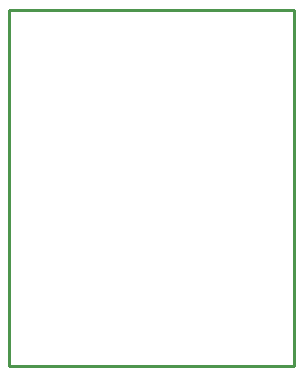
<source format=gbr>
G04 start of page 4 for group 2 idx 2 *
G04 Title: (unknown), outline *
G04 Creator: pcb 1.99z *
G04 CreationDate: Tue 15 Oct 2013 04:12:06 PM GMT UTC *
G04 For: commonadmin *
G04 Format: Gerber/RS-274X *
G04 PCB-Dimensions: 600000 500000 *
G04 PCB-Coordinate-Origin: lower left *
%MOIN*%
%FSLAX25Y25*%
%LNOUTLINE*%
%ADD34C,0.0100*%
G54D34*X95000Y0D02*Y118500D01*
X0D01*
Y0D01*
X95000D01*
M02*

</source>
